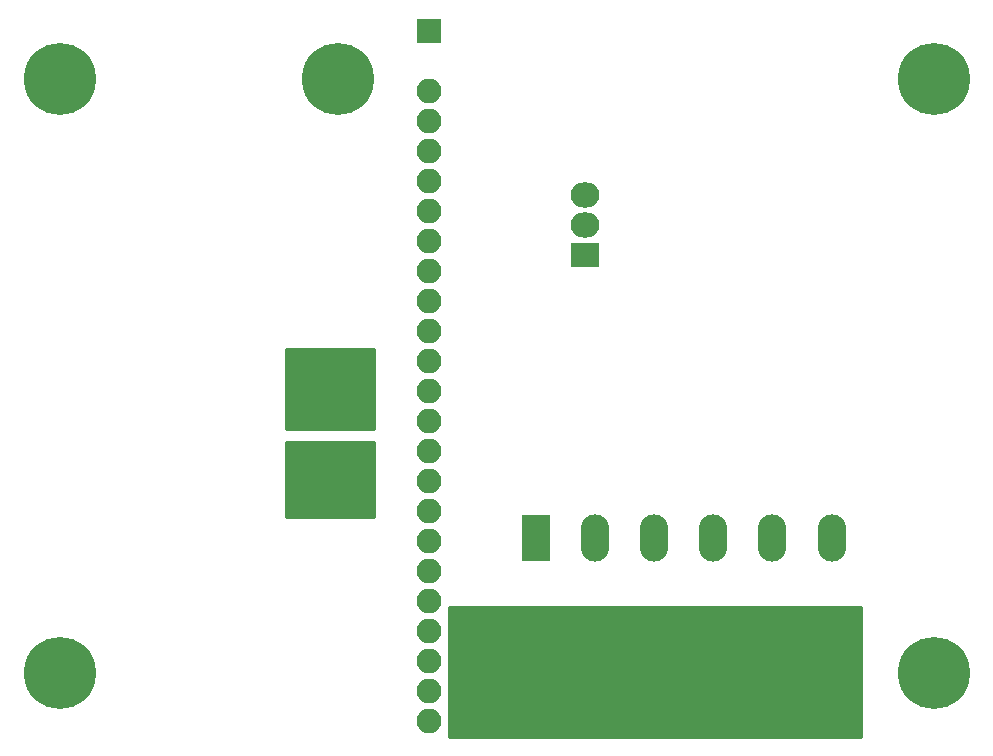
<source format=gbs>
G04 #@! TF.FileFunction,Soldermask,Bot*
%FSLAX46Y46*%
G04 Gerber Fmt 4.6, Leading zero omitted, Abs format (unit mm)*
G04 Created by KiCad (PCBNEW 4.0.7-e2-6376~58~ubuntu16.04.1) date Wed Mar 28 14:59:42 2018*
%MOMM*%
%LPD*%
G01*
G04 APERTURE LIST*
%ADD10C,0.100000*%
%ADD11R,2.100000X2.100000*%
%ADD12O,2.100000X2.100000*%
%ADD13C,6.400000*%
%ADD14R,2.430000X2.130000*%
%ADD15O,2.430000X2.130000*%
%ADD16C,6.100000*%
%ADD17R,2.400000X4.000000*%
%ADD18O,2.400000X4.000000*%
%ADD19C,0.250000*%
G04 APERTURE END LIST*
D10*
D11*
X126000000Y-69000000D03*
D12*
X126000000Y-74080000D03*
X126000000Y-76620000D03*
X126000000Y-79160000D03*
X126000000Y-81700000D03*
X126000000Y-84240000D03*
X126000000Y-86780000D03*
X126000000Y-89320000D03*
X126000000Y-91860000D03*
X126000000Y-94400000D03*
X126000000Y-96940000D03*
X126000000Y-99480000D03*
X126000000Y-102020000D03*
X126000000Y-104560000D03*
X126000000Y-107100000D03*
X126000000Y-109640000D03*
X126000000Y-112180000D03*
X126000000Y-114720000D03*
X126000000Y-117260000D03*
X126000000Y-119800000D03*
X126000000Y-122340000D03*
X126000000Y-124880000D03*
X126000000Y-127420000D03*
D13*
X117500000Y-107000000D03*
X117500000Y-99500000D03*
D14*
X139250000Y-88040000D03*
D15*
X139250000Y-85500000D03*
X139250000Y-82960000D03*
D16*
X94750000Y-73100000D03*
X168750000Y-73100000D03*
X94750000Y-123400000D03*
X168750000Y-123400000D03*
X118300000Y-73100000D03*
D17*
X135100000Y-112000000D03*
D18*
X140100000Y-112000000D03*
X145100000Y-112000000D03*
X150100000Y-112000000D03*
X155100000Y-112000000D03*
X160100000Y-112000000D03*
D17*
X135100000Y-124100000D03*
D18*
X140100000Y-124100000D03*
X145100000Y-124100000D03*
X150100000Y-124100000D03*
X155100000Y-124100000D03*
X160100000Y-124100000D03*
D19*
G36*
X121375000Y-102775000D02*
X113925000Y-102775000D01*
X113925000Y-95925000D01*
X121375000Y-95925000D01*
X121375000Y-102775000D01*
X121375000Y-102775000D01*
G37*
X121375000Y-102775000D02*
X113925000Y-102775000D01*
X113925000Y-95925000D01*
X121375000Y-95925000D01*
X121375000Y-102775000D01*
G36*
X121375000Y-110175000D02*
X113925000Y-110175000D01*
X113925000Y-103825000D01*
X121375000Y-103825000D01*
X121375000Y-110175000D01*
X121375000Y-110175000D01*
G37*
X121375000Y-110175000D02*
X113925000Y-110175000D01*
X113925000Y-103825000D01*
X121375000Y-103825000D01*
X121375000Y-110175000D01*
G36*
X162575000Y-128775000D02*
X127725000Y-128775000D01*
X127725000Y-117775000D01*
X162575000Y-117775000D01*
X162575000Y-128775000D01*
X162575000Y-128775000D01*
G37*
X162575000Y-128775000D02*
X127725000Y-128775000D01*
X127725000Y-117775000D01*
X162575000Y-117775000D01*
X162575000Y-128775000D01*
M02*

</source>
